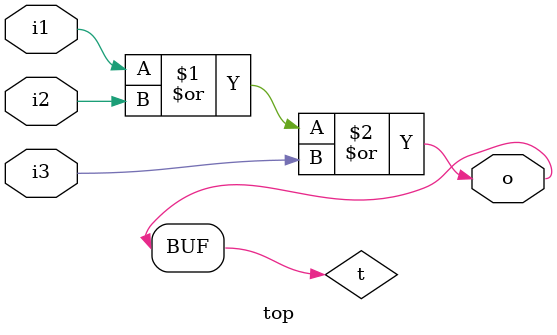
<source format=v>
module top ( i1 , i2 , i3 ,o );

input i1 , i2 , i3;

output o ;

wire t ;

or ( t, i1 , i2 , i3) ;


buf ( o , t );

endmodule

</source>
